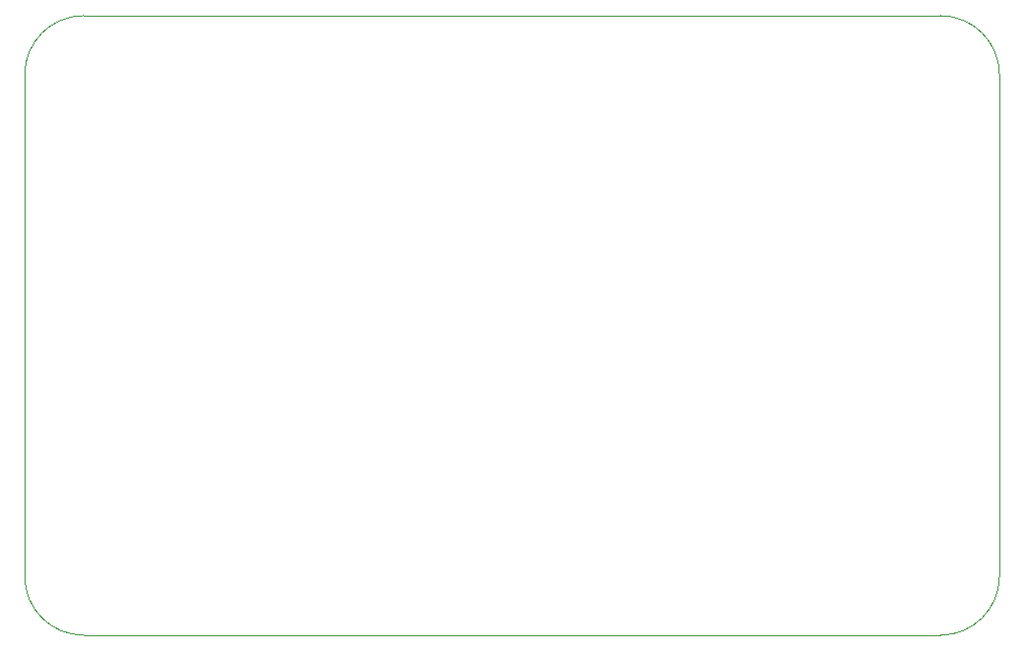
<source format=gm1>
G04 #@! TF.GenerationSoftware,KiCad,Pcbnew,9.0.3*
G04 #@! TF.CreationDate,2025-08-18T11:47:16+01:00*
G04 #@! TF.ProjectId,tester_pcb_business_card,74657374-6572-45f7-9063-625f62757369,rev?*
G04 #@! TF.SameCoordinates,Original*
G04 #@! TF.FileFunction,Profile,NP*
%FSLAX46Y46*%
G04 Gerber Fmt 4.6, Leading zero omitted, Abs format (unit mm)*
G04 Created by KiCad (PCBNEW 9.0.3) date 2025-08-18 11:47:16*
%MOMM*%
%LPD*%
G01*
G04 APERTURE LIST*
G04 #@! TA.AperFunction,Profile*
%ADD10C,0.050000*%
G04 #@! TD*
G04 APERTURE END LIST*
D10*
X137160000Y-114300000D02*
X137160000Y-71120000D01*
X53340000Y-71120000D02*
X53340000Y-114300000D01*
X53340000Y-71120000D02*
G75*
G02*
X58420000Y-66040000I5080000J0D01*
G01*
X132080000Y-66040000D02*
G75*
G02*
X137160000Y-71120000I0J-5080000D01*
G01*
X137160000Y-114300000D02*
G75*
G02*
X132080000Y-119380000I-5080000J0D01*
G01*
X58420000Y-119380000D02*
G75*
G02*
X53340000Y-114300000I0J5080000D01*
G01*
X58420000Y-119380000D02*
X132080000Y-119380000D01*
X132080000Y-66040000D02*
X58420000Y-66040000D01*
M02*

</source>
